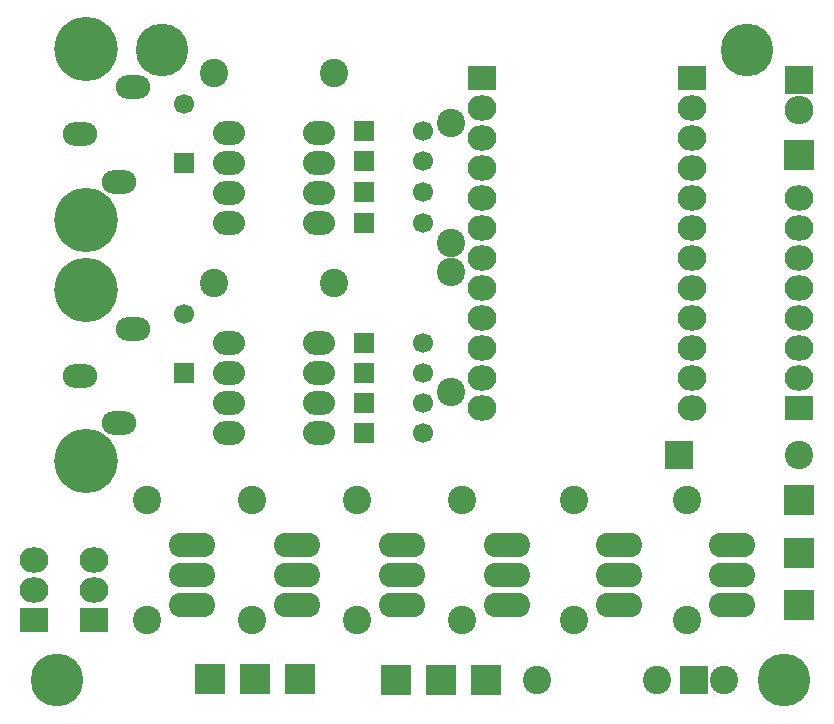
<source format=gts>
G04 #@! TF.FileFunction,Soldermask,Top*
%FSLAX46Y46*%
G04 Gerber Fmt 4.6, Leading zero omitted, Abs format (unit mm)*
G04 Created by KiCad (PCBNEW 4.0.0-stable) date 12/21/2015 3:24:30 PM*
%MOMM*%
G01*
G04 APERTURE LIST*
%ADD10C,0.100000*%
%ADD11C,4.464000*%
%ADD12R,2.635200X2.635200*%
%ADD13R,2.432000X2.127200*%
%ADD14O,2.432000X2.127200*%
%ADD15R,1.700000X1.700000*%
%ADD16C,1.700000*%
%ADD17C,2.398980*%
%ADD18R,2.398980X2.398980*%
%ADD19R,2.432000X2.432000*%
%ADD20O,2.432000X2.432000*%
%ADD21O,2.700000X2.000000*%
%ADD22O,2.900000X2.000000*%
%ADD23O,5.400000X5.400000*%
%ADD24O,3.900120X2.099260*%
%ADD25R,2.400000X2.400000*%
%ADD26C,2.400000*%
G04 APERTURE END LIST*
D10*
D11*
X150495000Y-128270000D03*
X88900000Y-128270000D03*
D12*
X101911143Y-128163701D03*
D11*
X97790000Y-74930000D03*
D13*
X124894362Y-77305728D03*
D14*
X124894362Y-79845728D03*
X124894362Y-82385728D03*
X124894362Y-84925728D03*
X124894362Y-87465728D03*
X124894362Y-90005728D03*
X124894362Y-92545728D03*
X124894362Y-95085728D03*
X124894362Y-97625728D03*
X124894362Y-100165728D03*
X124894362Y-102705728D03*
X124894362Y-105245728D03*
D13*
X142674362Y-77305728D03*
D14*
X142674362Y-92545728D03*
X142674362Y-95085728D03*
X142674362Y-90005728D03*
X142674362Y-97625728D03*
X142674362Y-84925728D03*
X142674362Y-82385728D03*
X142674362Y-79845728D03*
X142674362Y-87465728D03*
X142674362Y-102705728D03*
X142674362Y-100165728D03*
X142674362Y-105245728D03*
D15*
X114935000Y-89535000D03*
D16*
X119935000Y-89535000D03*
D15*
X114935000Y-107315000D03*
D16*
X119935000Y-107315000D03*
D15*
X114905000Y-81735000D03*
D16*
X119905000Y-81735000D03*
D15*
X114905000Y-99695000D03*
D16*
X119905000Y-99695000D03*
D15*
X114935000Y-86931500D03*
D16*
X119935000Y-86931500D03*
D15*
X114935000Y-104775000D03*
D16*
X119935000Y-104775000D03*
D15*
X99695000Y-84455000D03*
D16*
X99695000Y-79455000D03*
D15*
X99695000Y-102235000D03*
D16*
X99695000Y-97235000D03*
D17*
X151765000Y-109220000D03*
D18*
X141605000Y-109220000D03*
D12*
X117663459Y-128195719D03*
X121473459Y-128195719D03*
X105721143Y-128163701D03*
X125283459Y-128195719D03*
X109531143Y-128163701D03*
D13*
X86995000Y-123190000D03*
D14*
X86995000Y-120650000D03*
X86995000Y-118110000D03*
D13*
X92075000Y-123190000D03*
D14*
X92075000Y-120650000D03*
X92075000Y-118110000D03*
D12*
X151765000Y-121920000D03*
X151765000Y-113030000D03*
X151765000Y-117475000D03*
X151765000Y-83820000D03*
D13*
X151765000Y-105245728D03*
D14*
X151765000Y-102705728D03*
X151765000Y-100165728D03*
X151765000Y-97625728D03*
X151765000Y-95085728D03*
X151765000Y-92545728D03*
X151765000Y-90005728D03*
X151765000Y-87465728D03*
D17*
X122305000Y-91215000D03*
X122305000Y-81055000D03*
X122305000Y-93735000D03*
X122305000Y-103895000D03*
X112395000Y-76835000D03*
X102235000Y-76835000D03*
X112395000Y-94615000D03*
X102235000Y-94615000D03*
X129540000Y-128270000D03*
X139700000Y-128270000D03*
X123190000Y-123190000D03*
X123190000Y-113030000D03*
X96520000Y-123190000D03*
X96520000Y-113030000D03*
X132715000Y-123190000D03*
X132715000Y-113030000D03*
X105410000Y-123190000D03*
X105410000Y-113030000D03*
X142240000Y-123190000D03*
X142240000Y-113030000D03*
X114300000Y-123190000D03*
X114300000Y-113030000D03*
D19*
X151765000Y-77470000D03*
D20*
X151765000Y-80010000D03*
D21*
X103505000Y-81915000D03*
X103505000Y-84455000D03*
X103505000Y-86995000D03*
X103505000Y-89535000D03*
X111125000Y-89535000D03*
X111125000Y-86995000D03*
X111125000Y-84455000D03*
X111125000Y-81915000D03*
X103505000Y-99695000D03*
X103505000Y-102235000D03*
X103505000Y-104775000D03*
X103505000Y-107315000D03*
X111125000Y-107315000D03*
X111125000Y-104775000D03*
X111125000Y-102235000D03*
X111125000Y-99695000D03*
D22*
X94143607Y-86035000D03*
X95393607Y-78035000D03*
D23*
X91393607Y-74785000D03*
X91393607Y-89285000D03*
D22*
X90893607Y-82035000D03*
X94143607Y-106482355D03*
X95393607Y-98482355D03*
D23*
X91393607Y-95232355D03*
X91393607Y-109732355D03*
D22*
X90893607Y-102482355D03*
D24*
X100330000Y-119380000D03*
X100330000Y-116840000D03*
X100330000Y-121920000D03*
X109220000Y-119380000D03*
X109220000Y-116840000D03*
X109220000Y-121920000D03*
X118110000Y-119380000D03*
X118110000Y-116840000D03*
X118110000Y-121920000D03*
X127000000Y-119380000D03*
X127000000Y-116840000D03*
X127000000Y-121920000D03*
X136525000Y-119380000D03*
X136525000Y-116840000D03*
X136525000Y-121920000D03*
X146050000Y-119380000D03*
X146050000Y-116840000D03*
X146050000Y-121920000D03*
D11*
X147320000Y-74930000D03*
D15*
X114905000Y-84335000D03*
D16*
X119905000Y-84335000D03*
D15*
X114905000Y-102235000D03*
D16*
X119905000Y-102235000D03*
D25*
X142875000Y-128270000D03*
D26*
X145415000Y-128270000D03*
M02*

</source>
